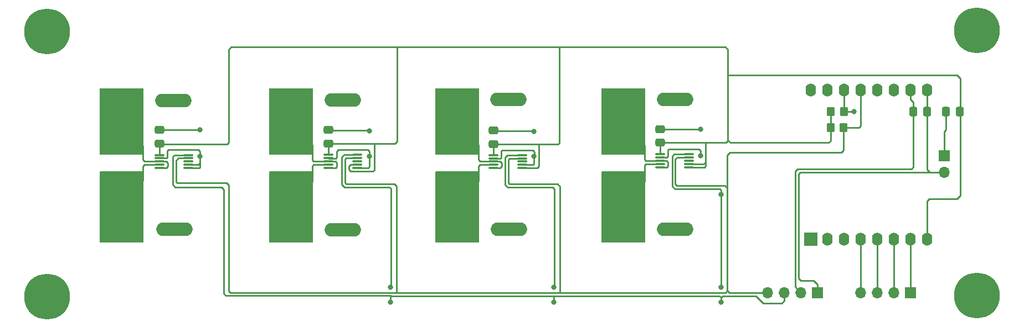
<source format=gbr>
G04 #@! TF.GenerationSoftware,KiCad,Pcbnew,8.0.5*
G04 #@! TF.CreationDate,2025-06-13T07:23:11+02:00*
G04 #@! TF.ProjectId,4-Kanal_Power_Meter,342d4b61-6e61-46c5-9f50-6f7765725f4d,rev?*
G04 #@! TF.SameCoordinates,Original*
G04 #@! TF.FileFunction,Copper,L1,Top*
G04 #@! TF.FilePolarity,Positive*
%FSLAX46Y46*%
G04 Gerber Fmt 4.6, Leading zero omitted, Abs format (unit mm)*
G04 Created by KiCad (PCBNEW 8.0.5) date 2025-06-13 07:23:11*
%MOMM*%
%LPD*%
G01*
G04 APERTURE LIST*
G04 Aperture macros list*
%AMRoundRect*
0 Rectangle with rounded corners*
0 $1 Rounding radius*
0 $2 $3 $4 $5 $6 $7 $8 $9 X,Y pos of 4 corners*
0 Add a 4 corners polygon primitive as box body*
4,1,4,$2,$3,$4,$5,$6,$7,$8,$9,$2,$3,0*
0 Add four circle primitives for the rounded corners*
1,1,$1+$1,$2,$3*
1,1,$1+$1,$4,$5*
1,1,$1+$1,$6,$7*
1,1,$1+$1,$8,$9*
0 Add four rect primitives between the rounded corners*
20,1,$1+$1,$2,$3,$4,$5,0*
20,1,$1+$1,$4,$5,$6,$7,0*
20,1,$1+$1,$6,$7,$8,$9,0*
20,1,$1+$1,$8,$9,$2,$3,0*%
G04 Aperture macros list end*
G04 #@! TA.AperFunction,ComponentPad*
%ADD10O,5.550000X2.100000*%
G04 #@! TD*
G04 #@! TA.AperFunction,ComponentPad*
%ADD11C,7.000000*%
G04 #@! TD*
G04 #@! TA.AperFunction,SMDPad,CuDef*
%ADD12RoundRect,0.250000X0.475000X-0.337500X0.475000X0.337500X-0.475000X0.337500X-0.475000X-0.337500X0*%
G04 #@! TD*
G04 #@! TA.AperFunction,ComponentPad*
%ADD13R,1.700000X1.700000*%
G04 #@! TD*
G04 #@! TA.AperFunction,ComponentPad*
%ADD14O,1.700000X1.700000*%
G04 #@! TD*
G04 #@! TA.AperFunction,SMDPad,CuDef*
%ADD15RoundRect,0.075000X0.650000X0.075000X-0.650000X0.075000X-0.650000X-0.075000X0.650000X-0.075000X0*%
G04 #@! TD*
G04 #@! TA.AperFunction,SMDPad,CuDef*
%ADD16RoundRect,0.249999X-1.425001X0.450001X-1.425001X-0.450001X1.425001X-0.450001X1.425001X0.450001X0*%
G04 #@! TD*
G04 #@! TA.AperFunction,ComponentPad*
%ADD17R,2.000000X2.000000*%
G04 #@! TD*
G04 #@! TA.AperFunction,ComponentPad*
%ADD18O,1.600000X2.000000*%
G04 #@! TD*
G04 #@! TA.AperFunction,SMDPad,CuDef*
%ADD19RoundRect,0.250000X-0.350000X-0.450000X0.350000X-0.450000X0.350000X0.450000X-0.350000X0.450000X0*%
G04 #@! TD*
G04 #@! TA.AperFunction,SMDPad,CuDef*
%ADD20RoundRect,0.250000X0.337500X0.475000X-0.337500X0.475000X-0.337500X-0.475000X0.337500X-0.475000X0*%
G04 #@! TD*
G04 #@! TA.AperFunction,ViaPad*
%ADD21C,0.800000*%
G04 #@! TD*
G04 #@! TA.AperFunction,Conductor*
%ADD22C,0.250000*%
G04 #@! TD*
G04 APERTURE END LIST*
D10*
X113499900Y-79146400D03*
X121399900Y-79146400D03*
D11*
X76200000Y-68580000D03*
D12*
X144386300Y-85877400D03*
X144386300Y-83802400D03*
D13*
X213360000Y-87655400D03*
D14*
X213360000Y-90195400D03*
D15*
X97732300Y-89544400D03*
X97732300Y-89044400D03*
X97732300Y-88544400D03*
X97732300Y-88044400D03*
X97732300Y-87544400D03*
X93332300Y-87544400D03*
X93332300Y-88044400D03*
X93332300Y-88544400D03*
X93332300Y-89044400D03*
X93332300Y-89544400D03*
D16*
X87553800Y-85725000D03*
X87553800Y-91825000D03*
D11*
X218287600Y-68478400D03*
D16*
X164452300Y-85748400D03*
X164452300Y-91848400D03*
D11*
X76200000Y-109220000D03*
D12*
X93332300Y-85801200D03*
X93332300Y-83726200D03*
D11*
X218287600Y-109118400D03*
D17*
X192900300Y-100482400D03*
D18*
X195440300Y-100482400D03*
X197980300Y-100482400D03*
X200520300Y-100482400D03*
X203060300Y-100482400D03*
X205600300Y-100482400D03*
X208140300Y-100482400D03*
X210680300Y-100482400D03*
X210680300Y-77622400D03*
X208140300Y-77622400D03*
X205600300Y-77622400D03*
X203060300Y-77622400D03*
X200520300Y-77622400D03*
X197980300Y-77622400D03*
X195440300Y-77622400D03*
X192900300Y-77622400D03*
D19*
X195980300Y-80924400D03*
X197980300Y-80924400D03*
D16*
X139001500Y-85750400D03*
X139001500Y-91850400D03*
D12*
X119189500Y-85771900D03*
X119189500Y-83696900D03*
X169887900Y-85638300D03*
X169887900Y-83563300D03*
D15*
X123589500Y-89528400D03*
X123589500Y-89028400D03*
X123589500Y-88528400D03*
X123589500Y-88028400D03*
X123589500Y-87528400D03*
X119189500Y-87528400D03*
X119189500Y-88028400D03*
X119189500Y-88528400D03*
X119189500Y-89028400D03*
X119189500Y-89528400D03*
D10*
X138772300Y-79019400D03*
X146672300Y-79019400D03*
D16*
X113601500Y-85746400D03*
X113601500Y-91846400D03*
D20*
X210680300Y-80924400D03*
X208605300Y-80924400D03*
D13*
X193941700Y-108635800D03*
D14*
X191401700Y-108635800D03*
X188861700Y-108635800D03*
X186321700Y-108635800D03*
D19*
X195948300Y-83337400D03*
X197948300Y-83337400D03*
D10*
X87604300Y-79194400D03*
X95504300Y-79194400D03*
D15*
X148786300Y-89552400D03*
X148786300Y-89052400D03*
X148786300Y-88552400D03*
X148786300Y-88052400D03*
X148786300Y-87552400D03*
X144386300Y-87552400D03*
X144386300Y-88052400D03*
X144386300Y-88552400D03*
X144386300Y-89052400D03*
X144386300Y-89552400D03*
D13*
X208165700Y-108635800D03*
D14*
X205625700Y-108635800D03*
X203085700Y-108635800D03*
X200545700Y-108635800D03*
D10*
X164273900Y-79044800D03*
X172173900Y-79044800D03*
D15*
X174272300Y-89433400D03*
X174272300Y-88933400D03*
X174272300Y-88433400D03*
X174272300Y-87933400D03*
X174272300Y-87433400D03*
X169872300Y-87433400D03*
X169872300Y-87933400D03*
X169872300Y-88433400D03*
X169872300Y-88933400D03*
X169872300Y-89433400D03*
D20*
X215689000Y-80899000D03*
X213614000Y-80899000D03*
D10*
X138899300Y-98958400D03*
X146799300Y-98958400D03*
X113473900Y-99009200D03*
X121373900Y-99009200D03*
X87744300Y-98958400D03*
X95644300Y-98958400D03*
X164273900Y-98958400D03*
X172173900Y-98958400D03*
D21*
X176092400Y-87655400D03*
X176092400Y-83616800D03*
X99555300Y-83718400D03*
X125463300Y-83827800D03*
X99555300Y-87782400D03*
X150609300Y-83904000D03*
X150609300Y-87782400D03*
X125463300Y-87782400D03*
X199555100Y-80924400D03*
X179184300Y-107848400D03*
X153657300Y-110134400D03*
X153657300Y-107848400D03*
X128689100Y-107797600D03*
X128689100Y-110083600D03*
X179184300Y-110134400D03*
X179235100Y-93624400D03*
D22*
X91046300Y-88544400D02*
X90792300Y-88290400D01*
X90792300Y-88290400D02*
X90792300Y-86131400D01*
X94602300Y-88798400D02*
X94602300Y-89306400D01*
X90409300Y-85748400D02*
X87744300Y-85748400D01*
X94348300Y-88544400D02*
X94602300Y-88798400D01*
X94602300Y-89306400D02*
X94364300Y-89544400D01*
X90792300Y-86131400D02*
X90409300Y-85748400D01*
X93332300Y-88544400D02*
X91046300Y-88544400D01*
X93332300Y-88544400D02*
X94348300Y-88544400D01*
X90170000Y-79690000D02*
X90030000Y-79550000D01*
X94364300Y-89544400D02*
X93332300Y-89544400D01*
X191071500Y-90500200D02*
X191350900Y-90220800D01*
X193382900Y-106832400D02*
X191401700Y-106832400D01*
X209550000Y-90220800D02*
X213334600Y-90220800D01*
X213334600Y-90220800D02*
X213360000Y-90195400D01*
X193941700Y-108635800D02*
X193941700Y-107391200D01*
X191350900Y-90220800D02*
X209550000Y-90220800D01*
X191071500Y-106502200D02*
X191071500Y-90500200D01*
X210680300Y-80924400D02*
X210680300Y-89776300D01*
X193941700Y-107391200D02*
X193382900Y-106832400D01*
X191401700Y-106832400D02*
X191071500Y-106502200D01*
X209550000Y-90220800D02*
X210273900Y-90220800D01*
X210680300Y-89776300D02*
X211099400Y-90195400D01*
X210680300Y-77622400D02*
X210680300Y-80924400D01*
X211099400Y-90195400D02*
X213360000Y-90195400D01*
X170930700Y-87933400D02*
X171081700Y-87782400D01*
X119240300Y-83777000D02*
X125336300Y-83777000D01*
X120408700Y-87884000D02*
X120408700Y-87029100D01*
X99555300Y-88798400D02*
X99555300Y-87782400D01*
X150482300Y-89052400D02*
X150609300Y-88925400D01*
X169903900Y-87933400D02*
X170930700Y-87933400D01*
X94551500Y-87934800D02*
X94551500Y-86918800D01*
X190868300Y-89662000D02*
X190512700Y-90017600D01*
X125218000Y-86775100D02*
X125463300Y-87020400D01*
X99309300Y-89044400D02*
X99555300Y-88798400D01*
X176085500Y-86868000D02*
X176085500Y-87630000D01*
X208140300Y-79006700D02*
X208605300Y-79471700D01*
X120239600Y-88053100D02*
X120408700Y-87884000D01*
X150634700Y-87045800D02*
X150634700Y-87807800D01*
X94551500Y-86918800D02*
X94703900Y-86766400D01*
X94703900Y-86766400D02*
X99301300Y-86766400D01*
X171234100Y-86614000D02*
X175831500Y-86614000D01*
X213614000Y-83693000D02*
X213614000Y-80899000D01*
X144386300Y-83853200D02*
X150482300Y-83853200D01*
X120662700Y-86775100D02*
X125218000Y-86775100D01*
X99301300Y-86766400D02*
X99555300Y-87020400D01*
X125463300Y-87020400D02*
X125463300Y-87782400D01*
X119138700Y-88053100D02*
X120239600Y-88053100D01*
X171081700Y-87782400D02*
X171081700Y-86766400D01*
X94441900Y-88044400D02*
X94551500Y-87934800D01*
X145521300Y-88069800D02*
X145630900Y-87960200D01*
X176041600Y-83566000D02*
X176092400Y-83616800D01*
X97732300Y-89544400D02*
X99444300Y-89544400D01*
X208605300Y-79471700D02*
X208605300Y-80924400D01*
X190512700Y-107746800D02*
X191401700Y-108635800D01*
X213360000Y-87655400D02*
X213360000Y-83947000D01*
X208318100Y-89662000D02*
X190868300Y-89662000D01*
X99444300Y-89544400D02*
X99555300Y-89433400D01*
X208605300Y-89374800D02*
X208318100Y-89662000D01*
X125463300Y-87782400D02*
X125463300Y-89306400D01*
X99555300Y-87020400D02*
X99555300Y-87782400D01*
X171081700Y-86766400D02*
X171234100Y-86614000D01*
X213360000Y-83947000D02*
X213614000Y-83693000D01*
X208140300Y-77622400D02*
X208140300Y-79006700D01*
X125241300Y-89528400D02*
X123589500Y-89528400D01*
X150609300Y-88925400D02*
X150609300Y-87782400D01*
X208605300Y-80924400D02*
X208605300Y-89374800D01*
X120408700Y-87029100D02*
X120662700Y-86775100D01*
X93332300Y-88044400D02*
X94441900Y-88044400D01*
X175831500Y-86614000D02*
X176085500Y-86868000D01*
X150380700Y-86791800D02*
X150634700Y-87045800D01*
X99555300Y-89433400D02*
X99555300Y-88798400D01*
X145630900Y-87960200D02*
X145630900Y-86944200D01*
X169887900Y-83563300D02*
X169890600Y-83566000D01*
X93332300Y-83726200D02*
X99428300Y-83726200D01*
X145630900Y-86944200D02*
X145783300Y-86791800D01*
X144411700Y-88069800D02*
X145521300Y-88069800D01*
X125463300Y-89306400D02*
X125241300Y-89528400D01*
X169890600Y-83566000D02*
X176041600Y-83566000D01*
X190512700Y-90017600D02*
X190512700Y-107746800D01*
X97732300Y-89044400D02*
X99309300Y-89044400D01*
X145783300Y-86791800D02*
X150380700Y-86791800D01*
X148786300Y-89052400D02*
X150482300Y-89052400D01*
X90792300Y-91465400D02*
X90792300Y-89306400D01*
X90409300Y-91848400D02*
X90792300Y-91465400D01*
X87744300Y-91848400D02*
X90409300Y-91848400D01*
X91054300Y-89044400D02*
X93332300Y-89044400D01*
X90792300Y-89306400D02*
X91054300Y-89044400D01*
X146831100Y-88080800D02*
X148699100Y-88080800D01*
X154604300Y-108610400D02*
X154604300Y-92398000D01*
X172471500Y-92271000D02*
X172206500Y-92006000D01*
X197948300Y-83337400D02*
X197948300Y-86798400D01*
X180581300Y-87147400D02*
X180156700Y-87572000D01*
X104210700Y-108668400D02*
X103949500Y-108407200D01*
X95872300Y-88417400D02*
X96245300Y-88044400D01*
X129628900Y-92329000D02*
X129247900Y-91948000D01*
X146654100Y-88257800D02*
X146831100Y-88080800D01*
X129603500Y-108668400D02*
X104210700Y-108668400D01*
X146654100Y-91777400D02*
X146654100Y-88257800D01*
X95872300Y-91694000D02*
X95872300Y-88417400D01*
X197948300Y-86798400D02*
X197599300Y-87147400D01*
X200520300Y-77622400D02*
X200520300Y-83083400D01*
X200266300Y-83337400D02*
X197948300Y-83337400D01*
X121907300Y-91948000D02*
X121678700Y-91719400D01*
X129247900Y-91948000D02*
X121907300Y-91948000D01*
X180461500Y-108661200D02*
X186016900Y-108661200D01*
X121678700Y-88188800D02*
X121855700Y-88011800D01*
X129628900Y-108643000D02*
X129628900Y-92329000D01*
X180156700Y-108356400D02*
X180156700Y-92862400D01*
X154604300Y-92398000D02*
X154223300Y-92017000D01*
X180156700Y-87572000D02*
X180156700Y-92862400D01*
X180156700Y-108356400D02*
X180461500Y-108661200D01*
X103949500Y-108407200D02*
X103949500Y-92176600D01*
X154546300Y-108668400D02*
X154604300Y-108610400D01*
X179844700Y-108668400D02*
X179937200Y-108575900D01*
X180156700Y-92652000D02*
X179775700Y-92271000D01*
X129603500Y-108668400D02*
X179844700Y-108668400D01*
X172206500Y-92006000D02*
X172206500Y-88207000D01*
X96024700Y-91846400D02*
X95872300Y-91694000D01*
X172480100Y-87933400D02*
X174272300Y-87933400D01*
X129603500Y-108668400D02*
X129628900Y-108643000D01*
X96245300Y-88044400D02*
X97732300Y-88044400D01*
X186016900Y-108661200D02*
X186347100Y-108991400D01*
X179775700Y-92271000D02*
X172471500Y-92271000D01*
X200520300Y-83083400D02*
X200266300Y-83337400D01*
X197599300Y-87147400D02*
X180581300Y-87147400D01*
X121855700Y-88011800D02*
X123723700Y-88011800D01*
X179937200Y-108575900D02*
X180156700Y-108356400D01*
X103949500Y-92176600D02*
X103619300Y-91846400D01*
X180156700Y-92862400D02*
X180156700Y-92652000D01*
X103619300Y-91846400D02*
X96024700Y-91846400D01*
X121678700Y-91719400D02*
X121678700Y-88188800D01*
X172206500Y-88207000D02*
X172480100Y-87933400D01*
X146893700Y-92017000D02*
X146654100Y-91777400D01*
X154223300Y-92017000D02*
X146893700Y-92017000D01*
X95364300Y-87782400D02*
X95364300Y-92100400D01*
X97732300Y-87544400D02*
X95602300Y-87544400D01*
X179235100Y-93014800D02*
X179235100Y-107797600D01*
X171756500Y-87717200D02*
X171756500Y-92379800D01*
X153682700Y-92760800D02*
X153682700Y-107848400D01*
X146569100Y-87580800D02*
X146204100Y-87945800D01*
X146204100Y-92125800D02*
X146603300Y-92525000D01*
X184556400Y-109169200D02*
X185623200Y-110236000D01*
X128689100Y-110083600D02*
X128689100Y-109118400D01*
X103492300Y-109118400D02*
X128689100Y-109118400D01*
X121627900Y-92456000D02*
X128471500Y-92456000D01*
X146603300Y-92525000D02*
X153446900Y-92525000D01*
X153446900Y-92525000D02*
X153682700Y-92760800D01*
X148699100Y-87580800D02*
X146569100Y-87580800D01*
X128707300Y-107779400D02*
X128689100Y-107797600D01*
X197980300Y-77622400D02*
X197980300Y-80924400D01*
X179184300Y-109410500D02*
X179425600Y-109169200D01*
X173643500Y-87426800D02*
X172046900Y-87426800D01*
X102857300Y-92481400D02*
X103169300Y-92793400D01*
X172046900Y-87426800D02*
X171756500Y-87717200D01*
X121228700Y-87876800D02*
X121228700Y-92056800D01*
X128707300Y-92691800D02*
X128707300Y-107779400D01*
X95745300Y-92481400D02*
X102857300Y-92481400D01*
X179425600Y-109169200D02*
X184556400Y-109169200D01*
X146204100Y-87945800D02*
X146204100Y-92125800D01*
X179184300Y-109372400D02*
X178973900Y-109162000D01*
X185623200Y-110236000D02*
X188518800Y-110236000D01*
X123723700Y-87511800D02*
X121593700Y-87511800D01*
X188518800Y-110236000D02*
X188887100Y-109867700D01*
X128471500Y-92456000D02*
X128707300Y-92691800D01*
X103169300Y-108795400D02*
X103492300Y-109118400D01*
X121593700Y-87511800D02*
X121228700Y-87876800D01*
X172155700Y-92779000D02*
X178999300Y-92779000D01*
X153657300Y-110134400D02*
X153657300Y-109169200D01*
X197980300Y-80924400D02*
X199555100Y-80924400D01*
X179184300Y-110134400D02*
X179184300Y-109372400D01*
X188887100Y-109867700D02*
X188887100Y-108991400D01*
X173668900Y-87452200D02*
X173643500Y-87426800D01*
X179235100Y-107797600D02*
X179184300Y-107848400D01*
X95602300Y-87544400D02*
X95364300Y-87782400D01*
X178999300Y-92779000D02*
X179235100Y-93014800D01*
X179184300Y-110134400D02*
X179184300Y-109410500D01*
X171756500Y-92379800D02*
X172155700Y-92779000D01*
X103169300Y-92793400D02*
X103169300Y-108795400D01*
X121228700Y-92056800D02*
X121627900Y-92456000D01*
X128732700Y-109162000D02*
X128689100Y-109118400D01*
X95364300Y-92100400D02*
X95745300Y-92481400D01*
X178973900Y-109162000D02*
X128732700Y-109162000D01*
X116493100Y-85746400D02*
X113601500Y-85746400D01*
X116700300Y-85953600D02*
X116493100Y-85746400D01*
X116700300Y-88341200D02*
X116700300Y-85953600D01*
X120288300Y-89528400D02*
X119189500Y-89528400D01*
X120459500Y-88747600D02*
X120459500Y-89357200D01*
X116887500Y-88528400D02*
X116700300Y-88341200D01*
X119189500Y-88528400D02*
X116887500Y-88528400D01*
X120459500Y-89357200D02*
X120288300Y-89528400D01*
X120240300Y-88528400D02*
X120459500Y-88747600D01*
X119189500Y-88528400D02*
X120240300Y-88528400D01*
X116700300Y-89255600D02*
X116927500Y-89028400D01*
X116700300Y-91643200D02*
X116700300Y-89255600D01*
X113601500Y-91846400D02*
X116497100Y-91846400D01*
X116497100Y-91846400D02*
X116700300Y-91643200D01*
X116927500Y-89028400D02*
X119189500Y-89028400D01*
X145656300Y-89306400D02*
X145656300Y-88798400D01*
X142100300Y-86004400D02*
X141846300Y-85750400D01*
X142100300Y-88290400D02*
X142100300Y-86004400D01*
X141846300Y-85750400D02*
X139001500Y-85750400D01*
X145410300Y-89552400D02*
X145656300Y-89306400D01*
X142362300Y-88552400D02*
X142100300Y-88290400D01*
X145656300Y-88798400D02*
X145410300Y-88552400D01*
X144386300Y-89552400D02*
X145410300Y-89552400D01*
X145410300Y-88552400D02*
X144386300Y-88552400D01*
X144386300Y-88552400D02*
X142362300Y-88552400D01*
X142100300Y-91592400D02*
X141842300Y-91850400D01*
X144386300Y-89052400D02*
X142354300Y-89052400D01*
X142100300Y-89306400D02*
X142100300Y-91592400D01*
X141842300Y-91850400D02*
X139001500Y-91850400D01*
X142354300Y-89052400D02*
X142100300Y-89306400D01*
X167193500Y-85748400D02*
X164452300Y-85748400D01*
X170903900Y-89458800D02*
X169973900Y-89458800D01*
X171107100Y-89255600D02*
X170903900Y-89458800D01*
X169957900Y-88442800D02*
X170903900Y-88442800D01*
X167500300Y-86055200D02*
X167193500Y-85748400D01*
X170903900Y-88442800D02*
X171107100Y-88646000D01*
X167703500Y-88442800D02*
X167500300Y-88239600D01*
X167500300Y-88239600D02*
X167500300Y-86055200D01*
X171107100Y-88646000D02*
X171107100Y-89255600D01*
X169805500Y-88442800D02*
X167703500Y-88442800D01*
X167500300Y-89103200D02*
X167500300Y-91643200D01*
X167652700Y-88950800D02*
X167500300Y-89103200D01*
X167500300Y-91643200D02*
X167295100Y-91848400D01*
X169797500Y-88950800D02*
X167652700Y-88950800D01*
X167295100Y-91848400D02*
X164452300Y-91848400D01*
X174159900Y-88408400D02*
X174168900Y-88417400D01*
X203060300Y-100482400D02*
X203060300Y-108610400D01*
X203060300Y-108610400D02*
X203085700Y-108635800D01*
X208140300Y-108610400D02*
X208165700Y-108635800D01*
X208140300Y-100482400D02*
X208140300Y-108610400D01*
X205600300Y-108610400D02*
X205625700Y-108635800D01*
X205600300Y-100482400D02*
X205600300Y-108610400D01*
X200520300Y-100482400D02*
X200520300Y-108610400D01*
X200520300Y-108610400D02*
X200545700Y-108635800D01*
X103911400Y-85623400D02*
X103657400Y-85877400D01*
X215265000Y-75311000D02*
X180276500Y-75311000D01*
X163741100Y-71018400D02*
X104267000Y-71018400D01*
X180251100Y-85305900D02*
X180251100Y-82797100D01*
X195948300Y-83337400D02*
X195948300Y-85382100D01*
X129336800Y-85801200D02*
X119545100Y-85801200D01*
X180251100Y-75336400D02*
X180251100Y-71374000D01*
X155689300Y-71018400D02*
X154711400Y-71018400D01*
X215773000Y-93726000D02*
X215773000Y-75819000D01*
X104267000Y-71018400D02*
X103911400Y-71374000D01*
X180251100Y-85344000D02*
X180251100Y-82797100D01*
X130543300Y-71018400D02*
X129870200Y-71018400D01*
X195980300Y-83305400D02*
X195948300Y-83337400D01*
X195656200Y-85674200D02*
X180619400Y-85674200D01*
X176512600Y-88950800D02*
X176817400Y-88646000D01*
X122288300Y-89814400D02*
X122542300Y-90068400D01*
X148786300Y-89552400D02*
X151125300Y-89552400D01*
X125971300Y-90068400D02*
X126188300Y-89851400D01*
X144386300Y-85877400D02*
X144386300Y-87552400D01*
X154508200Y-71018400D02*
X154508200Y-85674200D01*
X169887900Y-87360400D02*
X169872300Y-87376000D01*
X164071300Y-71018400D02*
X163741100Y-71018400D01*
X169887900Y-85638300D02*
X169898400Y-85648800D01*
X123589500Y-89028400D02*
X122566300Y-89028400D01*
X119406500Y-86006800D02*
X119189500Y-86223800D01*
X169898400Y-85648800D02*
X179946300Y-85648800D01*
X103911400Y-71374000D02*
X103911400Y-85623400D01*
X179946300Y-85648800D02*
X180251100Y-85344000D01*
X210680300Y-100482400D02*
X210680300Y-94627700D01*
X154305000Y-85877400D02*
X151041100Y-85877400D01*
X174340500Y-89433400D02*
X176695100Y-89433400D01*
X180276500Y-75311000D02*
X180251100Y-75336400D01*
X179895500Y-71018400D02*
X163741100Y-71018400D01*
X122542300Y-90068400D02*
X125971300Y-90068400D01*
X151244300Y-85877400D02*
X144894300Y-85877400D01*
X169887900Y-85638300D02*
X169887900Y-87360400D01*
X195948300Y-85382100D02*
X195656200Y-85674200D01*
X176695100Y-89433400D02*
X176817400Y-89311100D01*
X176817400Y-89311100D02*
X176817400Y-88646000D01*
X215773000Y-75819000D02*
X215265000Y-75311000D01*
X180251100Y-71374000D02*
X179895500Y-71018400D01*
X103657400Y-85877400D02*
X93713300Y-85877400D01*
X122288300Y-89306400D02*
X122288300Y-89814400D01*
X151371300Y-89306400D02*
X151371300Y-86004400D01*
X174347100Y-88950800D02*
X176512600Y-88950800D01*
X211074000Y-94234000D02*
X215265000Y-94234000D01*
X129667000Y-85471000D02*
X129336800Y-85801200D01*
X180251100Y-82797100D02*
X180251100Y-75336400D01*
X154508200Y-85674200D02*
X154305000Y-85877400D01*
X151125300Y-89552400D02*
X151371300Y-89306400D01*
X176817400Y-88646000D02*
X176817400Y-85669500D01*
X210680300Y-94627700D02*
X211074000Y-94234000D01*
X195980300Y-80924400D02*
X195980300Y-83305400D01*
X215265000Y-94234000D02*
X215773000Y-93726000D01*
X176817400Y-85669500D02*
X176796700Y-85648800D01*
X180619400Y-85674200D02*
X180251100Y-85305900D01*
X129667000Y-71018400D02*
X129667000Y-85471000D01*
X93713300Y-85877400D02*
X93332300Y-86258400D01*
X151371300Y-86004400D02*
X151244300Y-85877400D01*
X119189500Y-86223800D02*
X119189500Y-87509800D01*
X126188300Y-89851400D02*
X126188300Y-85942000D01*
X126047500Y-85801200D02*
X125996700Y-85801200D01*
X122566300Y-89028400D02*
X122288300Y-89306400D01*
X169872300Y-86143100D02*
X169887900Y-86127500D01*
X93332300Y-86258400D02*
X93332300Y-87544400D01*
G04 #@! TA.AperFunction,Conductor*
G36*
X90904948Y-77382752D02*
G01*
X90919300Y-77417400D01*
X90919300Y-87479400D01*
X90904948Y-87514048D01*
X90870300Y-87528400D01*
X84237300Y-87528400D01*
X84202652Y-87514048D01*
X84188300Y-87479400D01*
X84188300Y-77417400D01*
X84202652Y-77382752D01*
X84237300Y-77368400D01*
X90870300Y-77368400D01*
X90904948Y-77382752D01*
G37*
G04 #@! TD.AperFunction*
G04 #@! TA.AperFunction,Conductor*
G36*
X167570339Y-90088085D02*
G01*
X167616094Y-90140889D01*
X167627300Y-90192400D01*
X167627300Y-100866400D01*
X167607615Y-100933439D01*
X167554811Y-100979194D01*
X167503300Y-100990400D01*
X161020300Y-100990400D01*
X160953261Y-100970715D01*
X160907506Y-100917911D01*
X160896300Y-100866400D01*
X160896300Y-90192400D01*
X160915985Y-90125361D01*
X160968789Y-90079606D01*
X161020300Y-90068400D01*
X167503300Y-90068400D01*
X167570339Y-90088085D01*
G37*
G04 #@! TD.AperFunction*
G04 #@! TA.AperFunction,Conductor*
G36*
X142170339Y-90088085D02*
G01*
X142216094Y-90140889D01*
X142227300Y-90192400D01*
X142227300Y-100866400D01*
X142207615Y-100933439D01*
X142154811Y-100979194D01*
X142103300Y-100990400D01*
X135620300Y-100990400D01*
X135553261Y-100970715D01*
X135507506Y-100917911D01*
X135496300Y-100866400D01*
X135496300Y-90192400D01*
X135515985Y-90125361D01*
X135568789Y-90079606D01*
X135620300Y-90068400D01*
X142103300Y-90068400D01*
X142170339Y-90088085D01*
G37*
G04 #@! TD.AperFunction*
G04 #@! TA.AperFunction,Conductor*
G36*
X116812948Y-77382752D02*
G01*
X116827300Y-77417400D01*
X116827300Y-87479400D01*
X116812948Y-87514048D01*
X116778300Y-87528400D01*
X110145300Y-87528400D01*
X110110652Y-87514048D01*
X110096300Y-87479400D01*
X110096300Y-77417400D01*
X110110652Y-77382752D01*
X110145300Y-77368400D01*
X116778300Y-77368400D01*
X116812948Y-77382752D01*
G37*
G04 #@! TD.AperFunction*
G04 #@! TA.AperFunction,Conductor*
G36*
X167612948Y-77382752D02*
G01*
X167627300Y-77417400D01*
X167627300Y-87479400D01*
X167612948Y-87514048D01*
X167578300Y-87528400D01*
X160945300Y-87528400D01*
X160910652Y-87514048D01*
X160896300Y-87479400D01*
X160896300Y-77417400D01*
X160910652Y-77382752D01*
X160945300Y-77368400D01*
X167578300Y-77368400D01*
X167612948Y-77382752D01*
G37*
G04 #@! TD.AperFunction*
G04 #@! TA.AperFunction,Conductor*
G36*
X142225648Y-77382752D02*
G01*
X142240000Y-77417400D01*
X142240000Y-87479400D01*
X142225648Y-87514048D01*
X142191000Y-87528400D01*
X135558000Y-87528400D01*
X135523352Y-87514048D01*
X135509000Y-87479400D01*
X135509000Y-77417400D01*
X135523352Y-77382752D01*
X135558000Y-77368400D01*
X142191000Y-77368400D01*
X142225648Y-77382752D01*
G37*
G04 #@! TD.AperFunction*
G04 #@! TA.AperFunction,Conductor*
G36*
X90862339Y-90088085D02*
G01*
X90908094Y-90140889D01*
X90919300Y-90192400D01*
X90919300Y-100866400D01*
X90899615Y-100933439D01*
X90846811Y-100979194D01*
X90795300Y-100990400D01*
X84312300Y-100990400D01*
X84245261Y-100970715D01*
X84199506Y-100917911D01*
X84188300Y-100866400D01*
X84188300Y-90192400D01*
X84207985Y-90125361D01*
X84260789Y-90079606D01*
X84312300Y-90068400D01*
X90795300Y-90068400D01*
X90862339Y-90088085D01*
G37*
G04 #@! TD.AperFunction*
G04 #@! TA.AperFunction,Conductor*
G36*
X116770339Y-90088085D02*
G01*
X116816094Y-90140889D01*
X116827300Y-90192400D01*
X116827300Y-100866400D01*
X116807615Y-100933439D01*
X116754811Y-100979194D01*
X116703300Y-100990400D01*
X110220300Y-100990400D01*
X110153261Y-100970715D01*
X110107506Y-100917911D01*
X110096300Y-100866400D01*
X110096300Y-90192400D01*
X110115985Y-90125361D01*
X110168789Y-90079606D01*
X110220300Y-90068400D01*
X116703300Y-90068400D01*
X116770339Y-90088085D01*
G37*
G04 #@! TD.AperFunction*
M02*

</source>
